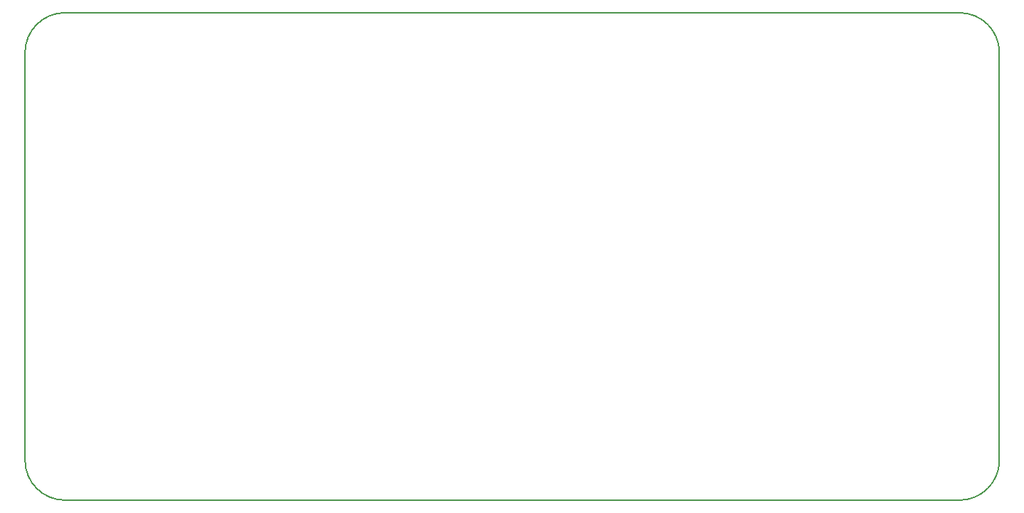
<source format=gbr>
%TF.GenerationSoftware,KiCad,Pcbnew,(5.0.2)-1*%
%TF.CreationDate,2019-09-06T13:10:15+02:00*%
%TF.ProjectId,Connected-OldtimerHardware,436f6e6e-6563-4746-9564-2d4f6c647469,rev?*%
%TF.SameCoordinates,Original*%
%TF.FileFunction,Profile,NP*%
%FSLAX46Y46*%
G04 Gerber Fmt 4.6, Leading zero omitted, Abs format (unit mm)*
G04 Created by KiCad (PCBNEW (5.0.2)-1) date 06/09/2019 13:10:15*
%MOMM*%
%LPD*%
G01*
G04 APERTURE LIST*
%ADD10C,0.150000*%
G04 APERTURE END LIST*
D10*
X202850000Y-62250000D02*
X200000000Y-62250000D01*
X200000000Y-120250000D02*
X202850000Y-120250000D01*
X200000000Y-62250000D02*
X96500000Y-62250000D01*
X207600000Y-115500000D02*
X207600000Y-67000000D01*
X96500000Y-120250000D02*
X200000000Y-120250000D01*
X202850000Y-62250000D02*
G75*
G02X207600000Y-67000000I0J-4750000D01*
G01*
X207600000Y-115500000D02*
G75*
G02X202850000Y-120250000I-4750000J0D01*
G01*
X91750000Y-115500000D02*
X91750000Y-67000000D01*
X96500000Y-120250000D02*
G75*
G02X91750000Y-115500000I0J4750000D01*
G01*
X91750000Y-67000000D02*
G75*
G02X96500000Y-62250000I4750000J0D01*
G01*
M02*

</source>
